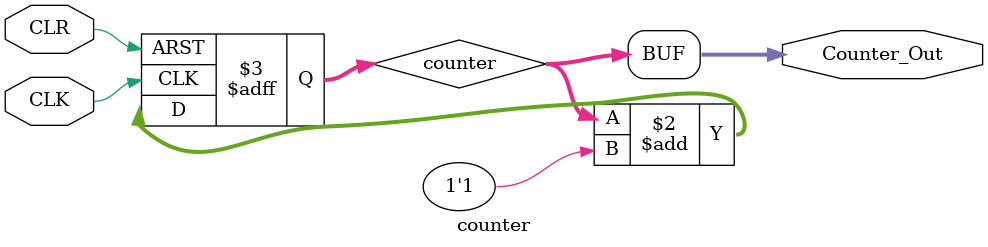
<source format=v>
module counter (
input CLK, 
input CLR, 
output [15:0] Counter_Out
); 
 
reg [15:0] counter; 
 
  always @(posedge CLK or posedge CLR) 
    begin 
      if (CLR) 
        counter = 16'd0; 
      else 
        counter = counter + 1'b1; 
      end 
  assign Counter_Out = counter; 
endmodule 
</source>
